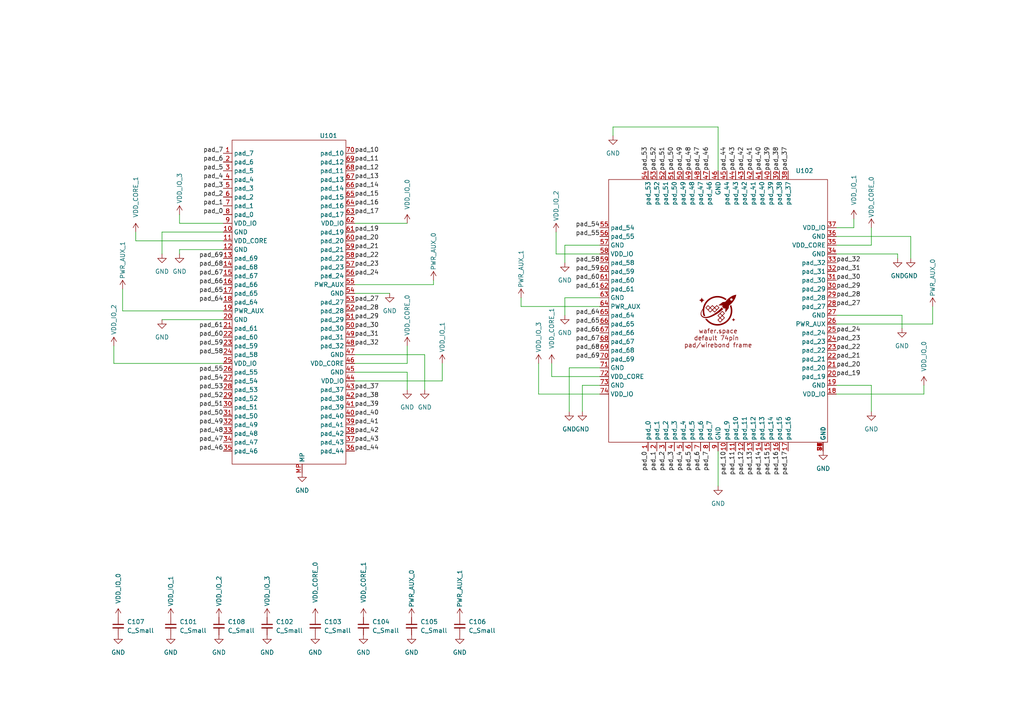
<source format=kicad_sch>
(kicad_sch (version 20250114) (generator "eeschema") (generator_version "9.0")
  (paper "A4")
  (lib_symbols
    (symbol "Device:C_Small" (pin_numbers (hide yes)) (pin_names (offset 0.254) (hide yes))
      (property "Reference" "C" (at 0.254 1.778 0))
      (property "Value" "C_Small" (at 0.254 -2.032 0))
      (symbol "C_Small_1_1"
        (pin passive line (at 0 2.54 270) (length 2.032) (name "~") (number "1"))
        (pin passive line (at 0 -2.54 90) (length 2.032) (name "~") (number "2"))
      )
    )
    (symbol "WaferSpace:70pin_ws_default_mezzanine"
      (property "Reference" "U101" (at 17.78 6.35 0))
      (symbol "70pin_ws_default_mezzanine_1_1"
        (pin unspecified line (at -12.7 1.27 0) (length 2.54) (name "pad_7") (number "1"))
        (pin unspecified line (at -12.7 -1.27 0) (length 2.54) (name "pad_6") (number "2"))
        (pin unspecified line (at -12.7 -3.81 0) (length 2.54) (name "pad_5") (number "3"))
        (pin unspecified line (at -12.7 -6.35 0) (length 2.54) (name "pad_4") (number "4"))
        (pin unspecified line (at -12.7 -8.89 0) (length 2.54) (name "pad_3") (number "5"))
        (pin unspecified line (at -12.7 -11.43 0) (length 2.54) (name "pad_2") (number "6"))
        (pin unspecified line (at -12.7 -13.97 0) (length 2.54) (name "pad_1") (number "7"))
        (pin unspecified line (at -12.7 -16.51 0) (length 2.54) (name "pad_0") (number "8"))
        (pin power_in line (at -12.7 -19.05 0) (length 2.54) (name "VDD_IO") (number "9"))
        (pin power_in line (at -12.7 -21.59 0) (length 2.54) (name "GND") (number "10"))
        (pin power_in line (at -12.7 -24.13 0) (length 2.54) (name "VDD_CORE") (number "11"))
        (pin unspecified line (at -12.7 -26.67 0) (length 2.54) (name "GND") (number "12"))
        (pin unspecified line (at -12.7 -29.21 0) (length 2.54) (name "pad_69") (number "13"))
        (pin unspecified line (at -12.7 -31.75 0) (length 2.54) (name "pad_68") (number "14"))
        (pin unspecified line (at -12.7 -34.29 0) (length 2.54) (name "pad_67") (number "15"))
        (pin unspecified line (at -12.7 -36.83 0) (length 2.54) (name "pad_66") (number "16"))
        (pin unspecified line (at -12.7 -39.37 0) (length 2.54) (name "pad_65") (number "17"))
        (pin power_in line (at -12.7 -41.91 0) (length 2.54) (name "pad_64") (number "18"))
        (pin unspecified line (at -12.7 -44.45 0) (length 2.54) (name "PWR_AUX") (number "19"))
        (pin unspecified line (at -12.7 -46.99 0) (length 2.54) (name "GND") (number "20"))
        (pin unspecified line (at -12.7 -49.53 0) (length 2.54) (name "pad_61") (number "21"))
        (pin unspecified line (at -12.7 -52.07 0) (length 2.54) (name "pad_60") (number "22"))
        (pin unspecified line (at -12.7 -54.61 0) (length 2.54) (name "pad_59") (number "23"))
        (pin unspecified line (at -12.7 -57.15 0) (length 2.54) (name "pad_58") (number "24"))
        (pin unspecified line (at -12.7 -59.69 0) (length 2.54) (name "VDD_IO") (number "25"))
        (pin unspecified line (at -12.7 -62.23 0) (length 2.54) (name "pad_55") (number "26"))
        (pin unspecified line (at -12.7 -64.77 0) (length 2.54) (name "pad_54") (number "27"))
        (pin unspecified line (at -12.7 -67.31 0) (length 2.54) (name "pad_53") (number "28"))
        (pin unspecified line (at -12.7 -69.85 0) (length 2.54) (name "pad_52") (number "29"))
        (pin unspecified line (at -12.7 -72.39 0) (length 2.54) (name "pad_51") (number "30"))
        (pin unspecified line (at -12.7 -74.93 0) (length 2.54) (name "pad_50") (number "31"))
        (pin unspecified line (at -12.7 -77.47 0) (length 2.54) (name "pad_49") (number "32"))
        (pin unspecified line (at -12.7 -80.01 0) (length 2.54) (name "pad_48") (number "33"))
        (pin unspecified line (at -12.7 -82.55 0) (length 2.54) (name "pad_47") (number "34"))
        (pin unspecified line (at -12.7 -85.09 0) (length 2.54) (name "pad_46") (number "35"))
        (pin power_in line (at 10.16 -91.44 90) (length 2.54) (name "MP") (number "MP"))
        (pin unspecified line (at 25.4 1.27 180) (length 2.54) (name "pad_10") (number "70"))
        (pin unspecified line (at 25.4 -1.27 180) (length 2.54) (name "pad_12") (number "69"))
        (pin unspecified line (at 25.4 -3.81 180) (length 2.54) (name "pad_11") (number "68"))
        (pin unspecified line (at 25.4 -6.35 180) (length 2.54) (name "pad_13") (number "67"))
        (pin unspecified line (at 25.4 -8.89 180) (length 2.54) (name "pad_14") (number "66"))
        (pin unspecified line (at 25.4 -11.43 180) (length 2.54) (name "pad_15") (number "65"))
        (pin unspecified line (at 25.4 -13.97 180) (length 2.54) (name "pad_16") (number "64"))
        (pin unspecified line (at 25.4 -16.51 180) (length 2.54) (name "pad_17") (number "63"))
        (pin unspecified line (at 25.4 -19.05 180) (length 2.54) (name "VDD_IO") (number "62"))
        (pin unspecified line (at 25.4 -21.59 180) (length 2.54) (name "pad_19") (number "61"))
        (pin unspecified line (at 25.4 -24.13 180) (length 2.54) (name "pad_20") (number "60"))
        (pin unspecified line (at 25.4 -26.67 180) (length 2.54) (name "pad_21") (number "59"))
        (pin unspecified line (at 25.4 -29.21 180) (length 2.54) (name "pad_22") (number "58"))
        (pin unspecified line (at 25.4 -31.75 180) (length 2.54) (name "pad_23") (number "57"))
        (pin unspecified line (at 25.4 -34.29 180) (length 2.54) (name "pad_24") (number "56"))
        (pin unspecified line (at 25.4 -36.83 180) (length 2.54) (name "PWR_AUX") (number "55"))
        (pin unspecified line (at 25.4 -39.37 180) (length 2.54) (name "GND") (number "54"))
        (pin unspecified line (at 25.4 -41.91 180) (length 2.54) (name "pad_27") (number "53"))
        (pin unspecified line (at 25.4 -44.45 180) (length 2.54) (name "pad_28") (number "52"))
        (pin unspecified line (at 25.4 -46.99 180) (length 2.54) (name "pad_29") (number "51"))
        (pin unspecified line (at 25.4 -49.53 180) (length 2.54) (name "pad_30") (number "50"))
        (pin unspecified line (at 25.4 -52.07 180) (length 2.54) (name "pad_31") (number "49"))
        (pin unspecified line (at 25.4 -54.61 180) (length 2.54) (name "pad_32") (number "48"))
        (pin unspecified line (at 25.4 -57.15 180) (length 2.54) (name "GND") (number "47"))
        (pin unspecified line (at 25.4 -59.69 180) (length 2.54) (name "VDD_CORE") (number "46"))
        (pin unspecified line (at 25.4 -62.23 180) (length 2.54) (name "GND") (number "45"))
        (pin unspecified line (at 25.4 -64.77 180) (length 2.54) (name "VDD_IO") (number "44"))
        (pin unspecified line (at 25.4 -67.31 180) (length 2.54) (name "pad_37") (number "43"))
        (pin unspecified line (at 25.4 -69.85 180) (length 2.54) (name "pad_38") (number "42"))
        (pin unspecified line (at 25.4 -72.39 180) (length 2.54) (name "pad_39") (number "41"))
        (pin unspecified line (at 25.4 -74.93 180) (length 2.54) (name "pad_40") (number "40"))
        (pin unspecified line (at 25.4 -77.47 180) (length 2.54) (name "pad_41") (number "39"))
        (pin unspecified line (at 25.4 -80.01 180) (length 2.54) (name "pad_42") (number "38"))
        (pin unspecified line (at 25.4 -82.55 180) (length 2.54) (name "pad_43") (number "37"))
        (pin unspecified line (at 25.4 -85.09 180) (length 2.54) (name "pad_44") (number "36"))
      )
    )
    (symbol "WaferSpace:WS_default_74padring"
      (property "Reference" "U102" (at 22.4633 40.64 0))
      (symbol "WS_default_74padring_1_1"
        (text "wafer.space\ndefault 74pin \npad/wirebond frame" (at 0 -7.874 0) (effects (font (size 1.27 1.27))))
        (pin unspecified line (at -34.29 24.13 0) (length 2.54) (name "pad_54") (number "55"))
        (pin unspecified line (at -34.29 21.59 0) (length 2.54) (name "pad_55") (number "56"))
        (pin power_in line (at -34.29 19.05 0) (length 2.54) (name "GND") (number "57"))
        (pin power_in line (at -34.29 16.51 0) (length 2.54) (name "VDD_IO") (number "58"))
        (pin unspecified line (at -34.29 13.97 0) (length 2.54) (name "pad_58") (number "59"))
        (pin unspecified line (at -34.29 11.43 0) (length 2.54) (name "pad_59") (number "60"))
        (pin unspecified line (at -34.29 8.89 0) (length 2.54) (name "pad_60") (number "61"))
        (pin unspecified line (at -34.29 6.35 0) (length 2.54) (name "pad_61") (number "62"))
        (pin power_in line (at -34.29 3.81 0) (length 2.54) (name "GND") (number "63"))
        (pin power_in line (at -34.29 1.27 0) (length 2.54) (name "PWR_AUX") (number "64"))
        (pin unspecified line (at -34.29 -1.27 0) (length 2.54) (name "pad_64") (number "65"))
        (pin unspecified line (at -34.29 -3.81 0) (length 2.54) (name "pad_65") (number "66"))
        (pin unspecified line (at -34.29 -6.35 0) (length 2.54) (name "pad_66") (number "67"))
        (pin unspecified line (at -34.29 -8.89 0) (length 2.54) (name "pad_67") (number "68"))
        (pin unspecified line (at -34.29 -11.43 0) (length 2.54) (name "pad_68") (number "69"))
        (pin unspecified line (at -34.29 -13.97 0) (length 2.54) (name "pad_69") (number "70"))
        (pin power_in line (at -34.29 -16.51 0) (length 2.54) (name "GND") (number "71"))
        (pin power_in line (at -34.29 -19.05 0) (length 2.54) (name "VDD_CORE") (number "72"))
        (pin power_in line (at -34.29 -21.59 0) (length 2.54) (name "GND") (number "73"))
        (pin power_in line (at -34.29 -24.13 0) (length 2.54) (name "VDD_IO") (number "74"))
        (pin unspecified line (at -20.32 40.64 270) (length 2.54) (name "pad_53") (number "54"))
        (pin unspecified line (at -20.32 -40.64 90) (length 2.54) (name "pad_0") (number "1"))
        (pin unspecified line (at -17.78 40.64 270) (length 2.54) (name "pad_52") (number "53"))
        (pin unspecified line (at -17.78 -40.64 90) (length 2.54) (name "pad_1") (number "2"))
        (pin unspecified line (at -15.24 40.64 270) (length 2.54) (name "pad_51") (number "52"))
        (pin unspecified line (at -15.24 -40.64 90) (length 2.54) (name "pad_2") (number "3"))
        (pin unspecified line (at -12.7 40.64 270) (length 2.54) (name "pad_50") (number "51"))
        (pin unspecified line (at -12.7 -40.64 90) (length 2.54) (name "pad_3") (number "4"))
        (pin unspecified line (at -10.16 40.64 270) (length 2.54) (name "pad_49") (number "50"))
        (pin unspecified line (at -10.16 -40.64 90) (length 2.54) (name "pad_4") (number "5"))
        (pin unspecified line (at -7.62 40.64 270) (length 2.54) (name "pad_48") (number "49"))
        (pin unspecified line (at -7.62 -40.64 90) (length 2.54) (name "pad_5") (number "6"))
        (pin unspecified line (at -5.08 40.64 270) (length 2.54) (name "pad_47") (number "48"))
        (pin unspecified line (at -5.08 -40.64 90) (length 2.54) (name "pad_6") (number "7"))
        (pin unspecified line (at -2.54 40.64 270) (length 2.54) (name "pad_46") (number "47"))
        (pin unspecified line (at -2.54 -40.64 90) (length 2.54) (name "pad_7") (number "8"))
        (pin power_in line (at 0 40.64 270) (length 2.54) (name "GND") (number "46"))
        (pin power_in line (at 0 -40.64 90) (length 2.54) (name "GND") (number "9"))
        (pin unspecified line (at 2.54 40.64 270) (length 2.54) (name "pad_44") (number "45"))
        (pin unspecified line (at 2.54 -40.64 90) (length 2.54) (name "pad_9") (number "10"))
        (pin unspecified line (at 5.08 40.64 270) (length 2.54) (name "pad_43") (number "44"))
        (pin unspecified line (at 5.08 -40.64 90) (length 2.54) (name "pad_10") (number "11"))
        (pin unspecified line (at 7.62 40.64 270) (length 2.54) (name "pad_42") (number "43"))
        (pin unspecified line (at 7.62 -40.64 90) (length 2.54) (name "pad_11") (number "12"))
        (pin unspecified line (at 10.16 40.64 270) (length 2.54) (name "pad_41") (number "42"))
        (pin unspecified line (at 10.16 -40.64 90) (length 2.54) (name "pad_12") (number "13"))
        (pin unspecified line (at 12.7 40.64 270) (length 2.54) (name "pad_40") (number "41"))
        (pin unspecified line (at 12.7 -40.64 90) (length 2.54) (name "pad_13") (number "14"))
        (pin unspecified line (at 15.24 40.64 270) (length 2.54) (name "pad_39") (number "40"))
        (pin unspecified line (at 15.24 -40.64 90) (length 2.54) (name "pad_14") (number "15"))
        (pin unspecified line (at 17.78 40.64 270) (length 2.54) (name "pad_38") (number "39"))
        (pin unspecified line (at 17.78 -40.64 90) (length 2.54) (name "pad_15") (number "16"))
        (pin unspecified line (at 20.32 40.64 270) (length 2.54) (name "pad_37") (number "38"))
        (pin unspecified line (at 20.32 -40.64 90) (length 2.54) (name "pad_16") (number "17"))
        (pin power_in line (at 30.48 -40.64 90) (length 2.54) (name "GND") (number "75"))
        (pin power_in line (at 30.48 -40.64 90) (length 2.54) (name "GND") (number "76"))
        (pin power_in line (at 30.48 -40.64 90) (length 2.54) (name "GND") (number "77"))
        (pin power_in line (at 30.48 -40.64 90) (length 2.54) (name "GND") (number "78"))
        (pin power_in line (at 30.48 -40.64 90) (length 2.54) (name "GND") (number "79"))
        (pin power_in line (at 30.48 -40.64 90) (length 2.54) (name "GND") (number "80"))
        (pin power_in line (at 30.48 -40.64 90) (length 2.54) (name "GND") (number "81"))
        (pin power_in line (at 34.29 24.13 180) (length 2.54) (name "VDD_IO") (number "37"))
        (pin power_in line (at 34.29 21.59 180) (length 2.54) (name "GND") (number "36"))
        (pin power_in line (at 34.29 19.05 180) (length 2.54) (name "VDD_CORE") (number "35"))
        (pin power_in line (at 34.29 16.51 180) (length 2.54) (name "GND") (number "34"))
        (pin unspecified line (at 34.29 13.97 180) (length 2.54) (name "pad_32") (number "33"))
        (pin unspecified line (at 34.29 11.43 180) (length 2.54) (name "pad_31") (number "32"))
        (pin unspecified line (at 34.29 8.89 180) (length 2.54) (name "pad_30") (number "31"))
        (pin unspecified line (at 34.29 6.35 180) (length 2.54) (name "pad_29") (number "30"))
        (pin unspecified line (at 34.29 3.81 180) (length 2.54) (name "pad_28") (number "29"))
        (pin unspecified line (at 34.29 1.27 180) (length 2.54) (name "pad_27") (number "28"))
        (pin power_in line (at 34.29 -1.27 180) (length 2.54) (name "GND") (number "27"))
        (pin power_in line (at 34.29 -3.81 180) (length 2.54) (name "PWR_AUX") (number "26"))
        (pin unspecified line (at 34.29 -6.35 180) (length 2.54) (name "pad_24") (number "25"))
        (pin unspecified line (at 34.29 -8.89 180) (length 2.54) (name "pad_23") (number "24"))
        (pin unspecified line (at 34.29 -11.43 180) (length 2.54) (name "pad_22") (number "23"))
        (pin unspecified line (at 34.29 -13.97 180) (length 2.54) (name "pad_21") (number "22"))
        (pin unspecified line (at 34.29 -16.51 180) (length 2.54) (name "pad_20") (number "21"))
        (pin unspecified line (at 34.29 -19.05 180) (length 2.54) (name "pad_19") (number "20"))
        (pin power_in line (at 34.29 -21.59 180) (length 2.54) (name "GND") (number "19"))
        (pin power_in line (at 34.29 -24.13 180) (length 2.54) (name "VDD_IO") (number "18"))
      )
    )
    (symbol "power:GND" (power) (pin_names (offset 0))
      (property "Value" "GND" (at 0 -3.81 0))
      (symbol "GND_1_1"
        (pin power_in line (at 0 0 270) (length 0) (hide yes) (name "GND") (number "1"))
      )
    )
    (symbol "power:VDD" (power) (pin_names (offset 0))
      (property "Value" "VDD" (at 0 3.81 0))
      (symbol "VDD_1_1"
        (pin power_in line (at 0 0 90) (length 0) (hide yes) (name "VDD") (number "1"))
      )
    )
  )
  (wire (pts (xy 102.87 110.49) (xy 128.27 110.49)))
  (wire (pts (xy 39.37 69.85) (xy 39.37 67.31)))
  (wire (pts (xy 46.99 67.31) (xy 46.99 73.66)))
  (wire (pts (xy 242.57 111.76) (xy 252.73 111.76)))
  (wire (pts (xy 247.65 66.04) (xy 247.65 63.5)))
  (wire (pts (xy 163.83 76.2) (xy 163.83 71.12)))
  (wire (pts (xy 163.83 91.44) (xy 163.83 86.36)))
  (wire (pts (xy 260.35 73.66) (xy 242.57 73.66)))
  (wire (pts (xy 173.99 73.66) (xy 161.29 73.66)))
  (wire (pts (xy 128.27 110.49) (xy 128.27 105.41)))
  (wire (pts (xy 242.57 66.04) (xy 247.65 66.04)))
  (wire (pts (xy 264.16 74.93) (xy 264.16 68.58)))
  (wire (pts (xy 35.56 90.17) (xy 35.56 83.82)))
  (wire (pts (xy 267.97 114.3) (xy 267.97 111.76)))
  (wire (pts (xy 64.77 90.17) (xy 35.56 90.17)))
  (wire (pts (xy 102.87 105.41) (xy 118.11 105.41)))
  (wire (pts (xy 52.07 64.77) (xy 64.77 64.77)))
  (wire (pts (xy 168.91 111.76) (xy 168.91 119.38)))
  (wire (pts (xy 264.16 68.58) (xy 242.57 68.58)))
  (wire (pts (xy 64.77 72.39) (xy 52.07 72.39)))
  (wire (pts (xy 161.29 73.66) (xy 161.29 67.31)))
  (wire (pts (xy 123.19 102.87) (xy 123.19 113.03)))
  (wire (pts (xy 151.13 88.9) (xy 151.13 86.36)))
  (wire (pts (xy 242.57 71.12) (xy 252.73 71.12)))
  (wire (pts (xy 173.99 109.22) (xy 160.02 109.22)))
  (wire (pts (xy 102.87 64.77) (xy 118.11 64.77)))
  (wire (pts (xy 163.83 86.36) (xy 173.99 86.36)))
  (wire (pts (xy 118.11 107.95) (xy 118.11 113.03)))
  (wire (pts (xy 242.57 93.98) (xy 270.51 93.98)))
  (wire (pts (xy 208.28 36.83) (xy 208.28 49.53)))
  (wire (pts (xy 261.62 91.44) (xy 261.62 95.25)))
  (wire (pts (xy 177.8 39.37) (xy 177.8 36.83)))
  (wire (pts (xy 46.99 92.71) (xy 64.77 92.71)))
  (wire (pts (xy 242.57 91.44) (xy 261.62 91.44)))
  (wire (pts (xy 163.83 71.12) (xy 173.99 71.12)))
  (wire (pts (xy 173.99 114.3) (xy 156.21 114.3)))
  (wire (pts (xy 64.77 67.31) (xy 46.99 67.31)))
  (wire (pts (xy 208.28 130.81) (xy 208.28 140.97)))
  (wire (pts (xy 260.35 74.93) (xy 260.35 73.66)))
  (wire (pts (xy 64.77 105.41) (xy 33.02 105.41)))
  (wire (pts (xy 125.73 82.55) (xy 125.73 81.28)))
  (wire (pts (xy 33.02 105.41) (xy 33.02 100.33)))
  (wire (pts (xy 270.51 93.98) (xy 270.51 88.9)))
  (wire (pts (xy 39.37 69.85) (xy 64.77 69.85)))
  (wire (pts (xy 102.87 102.87) (xy 123.19 102.87)))
  (wire (pts (xy 173.99 106.68) (xy 165.1 106.68)))
  (wire (pts (xy 160.02 109.22) (xy 160.02 105.41)))
  (wire (pts (xy 102.87 107.95) (xy 118.11 107.95)))
  (wire (pts (xy 173.99 111.76) (xy 168.91 111.76)))
  (wire (pts (xy 252.73 71.12) (xy 252.73 66.04)))
  (wire (pts (xy 156.21 114.3) (xy 156.21 105.41)))
  (wire (pts (xy 102.87 82.55) (xy 125.73 82.55)))
  (wire (pts (xy 173.99 88.9) (xy 151.13 88.9)))
  (wire (pts (xy 165.1 106.68) (xy 165.1 119.38)))
  (wire (pts (xy 118.11 105.41) (xy 118.11 100.33)))
  (wire (pts (xy 242.57 114.3) (xy 267.97 114.3)))
  (wire (pts (xy 252.73 111.76) (xy 252.73 119.38)))
  (wire (pts (xy 52.07 72.39) (xy 52.07 73.66)))
  (wire (pts (xy 102.87 85.09) (xy 113.03 85.09)))
  (wire (pts (xy 52.07 62.23) (xy 52.07 64.77)))
  (wire (pts (xy 177.8 36.83) (xy 208.28 36.83)))
  (label "pad_55" (at 64.77 107.95 180))
  (label "pad_31" (at 242.57 78.74 0))
  (label "pad_43" (at 102.87 128.27 0))
  (label "pad_58" (at 64.77 102.87 180))
  (label "pad_49" (at 198.12 49.53 90))
  (label "pad_49" (at 64.77 123.19 180))
  (label "pad_58" (at 173.99 76.2 180))
  (label "pad_3" (at 195.58 130.81 270))
  (label "pad_60" (at 64.77 97.79 180))
  (label "pad_10" (at 210.82 130.81 270))
  (label "pad_6" (at 64.77 46.99 180))
  (label "pad_39" (at 102.87 118.11 0))
  (label "pad_1" (at 190.5 130.81 270))
  (label "pad_20" (at 242.57 106.68 0))
  (label "pad_38" (at 102.87 115.57 0))
  (label "pad_21" (at 242.57 104.14 0))
  (label "pad_6" (at 203.2 130.81 270))
  (label "pad_42" (at 102.87 125.73 0))
  (label "pad_64" (at 173.99 91.44 180))
  (label "pad_40" (at 102.87 120.65 0))
  (label "pad_2" (at 193.04 130.81 270))
  (label "pad_46" (at 205.74 49.53 90))
  (label "pad_65" (at 173.99 93.98 180))
  (label "pad_44" (at 210.82 49.53 90))
  (label "pad_2" (at 64.77 57.15 180))
  (label "pad_17" (at 102.87 62.23 0))
  (label "pad_47" (at 64.77 128.27 180))
  (label "pad_66" (at 173.99 96.52 180))
  (label "pad_68" (at 64.77 77.47 180))
  (label "pad_21" (at 102.87 72.39 0))
  (label "pad_24" (at 242.57 96.52 0))
  (label "pad_29" (at 242.57 83.82 0))
  (label "pad_7" (at 64.77 44.45 180))
  (label "pad_48" (at 200.66 49.53 90))
  (label "pad_28" (at 242.57 86.36 0))
  (label "pad_27" (at 102.87 87.63 0))
  (label "pad_69" (at 173.99 104.14 180))
  (label "pad_60" (at 173.99 81.28 180))
  (label "pad_14" (at 102.87 54.61 0))
  (label "pad_68" (at 173.99 101.6 180))
  (label "pad_23" (at 102.87 77.47 0))
  (label "pad_39" (at 223.52 49.53 90))
  (label "pad_5" (at 64.77 49.53 180))
  (label "pad_37" (at 228.6 49.53 90))
  (label "pad_54" (at 64.77 110.49 180))
  (label "pad_64" (at 64.77 87.63 180))
  (label "pad_40" (at 220.98 49.53 90))
  (label "pad_41" (at 218.44 49.53 90))
  (label "pad_0" (at 64.77 62.23 180))
  (label "pad_51" (at 193.04 49.53 90))
  (label "pad_50" (at 64.77 120.65 180))
  (label "pad_28" (at 102.87 90.17 0))
  (label "pad_11" (at 213.36 130.81 270))
  (label "pad_30" (at 242.57 81.28 0))
  (label "pad_65" (at 64.77 85.09 180))
  (label "pad_50" (at 195.58 49.53 90))
  (label "pad_5" (at 200.66 130.81 270))
  (label "pad_13" (at 102.87 52.07 0))
  (label "pad_22" (at 242.57 101.6 0))
  (label "pad_15" (at 102.87 57.15 0))
  (label "pad_11" (at 102.87 46.99 0))
  (label "pad_61" (at 173.99 83.82 180))
  (label "pad_14" (at 220.98 130.81 270))
  (label "pad_66" (at 64.77 82.55 180))
  (label "pad_52" (at 64.77 115.57 180))
  (label "pad_32" (at 102.87 100.33 0))
  (label "pad_16" (at 102.87 59.69 0))
  (label "pad_54" (at 173.99 66.04 180))
  (label "pad_59" (at 173.99 78.74 180))
  (label "pad_51" (at 64.77 118.11 180))
  (label "pad_32" (at 242.57 76.2 0))
  (label "pad_44" (at 102.87 130.81 0))
  (label "pad_67" (at 173.99 99.06 180))
  (label "pad_46" (at 64.77 130.81 180))
  (label "pad_23" (at 242.57 99.06 0))
  (label "pad_55" (at 173.99 68.58 180))
  (label "pad_38" (at 226.06 49.53 90))
  (label "pad_4" (at 64.77 52.07 180))
  (label "pad_29" (at 102.87 92.71 0))
  (label "pad_7" (at 205.74 130.81 270))
  (label "pad_0" (at 187.96 130.81 270))
  (label "pad_53" (at 187.96 49.53 90))
  (label "pad_4" (at 198.12 130.81 270))
  (label "pad_69" (at 64.77 74.93 180))
  (label "pad_52" (at 190.5 49.53 90))
  (label "pad_48" (at 64.77 125.73 180))
  (label "pad_22" (at 102.87 74.93 0))
  (label "pad_13" (at 218.44 130.81 270))
  (label "pad_16" (at 226.06 130.81 270))
  (label "pad_67" (at 64.77 80.01 180))
  (label "pad_1" (at 64.77 59.69 180))
  (label "pad_12" (at 215.9 130.81 270))
  (label "pad_27" (at 242.57 88.9 0))
  (label "pad_31" (at 102.87 97.79 0))
  (label "pad_19" (at 102.87 67.31 0))
  (label "pad_20" (at 102.87 69.85 0))
  (label "pad_43" (at 213.36 49.53 90))
  (label "pad_3" (at 64.77 54.61 180))
  (label "pad_10" (at 102.87 44.45 0))
  (label "pad_24" (at 102.87 80.01 0))
  (label "pad_41" (at 102.87 123.19 0))
  (label "pad_17" (at 228.6 130.81 270))
  (label "pad_47" (at 203.2 49.53 90))
  (label "pad_30" (at 102.87 95.25 0))
  (label "pad_15" (at 223.52 130.81 270))
  (label "pad_12" (at 102.87 49.53 0))
  (label "pad_59" (at 64.77 100.33 180))
  (label "pad_61" (at 64.77 95.25 180))
  (label "pad_42" (at 215.9 49.53 90))
  (label "pad_53" (at 64.77 113.03 180))
  (label "pad_37" (at 102.87 113.03 0))
  (label "pad_19" (at 242.57 109.22 0))
  (symbol (lib_id "power:VDD") (at 105.41 179.07 0) (unit 1)
    (property "Reference" "#PWR032" (effects (hide yes)))
    (property "Value" "VDD_CORE_1" (at 105.41 168.91 90))
    (property "Description" "Power symbol creates a global label with name \"VDD\"" (effects (hide yes)))
  )
  (symbol (lib_id "WaferSpace:WS_default_74padring") (at 208.28 90.17 0) (unit 1)
    (property "Reference" "U102" (at 230.7433 49.53 0) (effects (justify left)))
    (property "Footprint" "WafeSpace:waferspace_default_padring_v0.2" (effects (hide yes)))
  )
  (symbol (lib_id "Device:C_Small") (at 63.5 181.61 0) (unit 1)
    (property "Reference" "C108" (at 66.04 180.3462 0) (effects (justify left)))
    (property "Value" "C_Small" (at 66.04 182.8862 0) (effects (justify left)))
    (property "Footprint" "Capacitor_SMD:C_0201_0603Metric" (effects (hide yes)))
    (property "Description" "Unpolarized capacitor, small symbol" (effects (hide yes)))
  )
  (symbol (lib_id "power:VDD") (at 128.27 105.41 0) (unit 1)
    (property "Reference" "#PWR04" (effects (hide yes)))
    (property "Value" "VDD_IO_1" (at 128.27 97.79 90))
    (property "Description" "Power symbol creates a global label with name \"VDD\"" (effects (hide yes)))
  )
  (symbol (lib_id "power:VDD") (at 270.51 88.9 0) (unit 1)
    (property "Reference" "#PWR022" (effects (hide yes)))
    (property "Value" "PWR_AUX_0" (at 270.51 80.518 90))
    (property "Description" "Power symbol creates a global label with name \"VDD\"" (effects (hide yes)))
  )
  (symbol (lib_id "power:VDD") (at 119.38 179.07 0) (unit 1)
    (property "Reference" "#PWR038" (effects (hide yes)))
    (property "Value" "PWR_AUX_0" (at 119.38 170.688 90))
    (property "Description" "Power symbol creates a global label with name \"VDD\"" (effects (hide yes)))
  )
  (symbol (lib_id "power:VDD") (at 151.13 86.36 0) (unit 1)
    (property "Reference" "#PWR023" (effects (hide yes)))
    (property "Value" "PWR_AUX_1" (at 151.13 77.978 90))
    (property "Description" "Power symbol creates a global label with name \"VDD\"" (effects (hide yes)))
  )
  (symbol (lib_id "power:VDD") (at 49.53 179.07 0) (unit 1)
    (property "Reference" "#PWR036" (effects (hide yes)))
    (property "Value" "VDD_IO_1" (at 49.53 171.45 90))
    (property "Description" "Power symbol creates a global label with name \"VDD\"" (effects (hide yes)))
  )
  (symbol (lib_id "power:VDD") (at 91.44 179.07 0) (unit 1)
    (property "Reference" "#PWR037" (effects (hide yes)))
    (property "Value" "VDD_CORE_0" (at 91.44 168.91 90))
    (property "Description" "Power symbol creates a global label with name \"VDD\"" (effects (hide yes)))
  )
  (symbol (lib_id "power:GND") (at 87.63 137.16 0) (mirror y) (unit 1)
    (property "Reference" "#PWR08" (effects (hide yes)))
    (property "Value" "GND" (at 87.63 142.24 0))
    (property "Description" "Power symbol creates a global label with name \"GND\" , ground" (effects (hide yes)))
  )
  (symbol (lib_id "power:GND") (at 238.76 130.81 0) (mirror y) (unit 1)
    (property "Reference" "#PWR034" (effects (hide yes)))
    (property "Value" "GND" (at 238.76 135.89 0))
    (property "Description" "Power symbol creates a global label with name \"GND\" , ground" (effects (hide yes)))
  )
  (symbol (lib_id "power:GND") (at 105.41 184.15 0) (mirror y) (unit 1)
    (property "Reference" "#PWR0106" (effects (hide yes)))
    (property "Value" "GND" (at 105.41 189.23 0))
    (property "Description" "Power symbol creates a global label with name \"GND\" , ground" (effects (hide yes)))
  )
  (symbol (lib_id "Device:C_Small") (at 91.44 181.61 0) (unit 1)
    (property "Reference" "C103" (at 93.98 180.3462 0) (effects (justify left)))
    (property "Value" "C_Small" (at 93.98 182.8862 0) (effects (justify left)))
    (property "Footprint" "Capacitor_SMD:C_0201_0603Metric" (effects (hide yes)))
    (property "Description" "Unpolarized capacitor, small symbol" (effects (hide yes)))
  )
  (symbol (lib_id "power:GND") (at 163.83 76.2 0) (mirror y) (unit 1)
    (property "Reference" "#PWR025" (effects (hide yes)))
    (property "Value" "GND" (at 163.83 81.28 0))
    (property "Description" "Power symbol creates a global label with name \"GND\" , ground" (effects (hide yes)))
  )
  (symbol (lib_id "power:VDD") (at 33.02 100.33 0) (unit 1)
    (property "Reference" "#PWR029" (effects (hide yes)))
    (property "Value" "VDD_IO_2" (at 33.02 92.71 90))
    (property "Description" "Power symbol creates a global label with name \"VDD\"" (effects (hide yes)))
  )
  (symbol (lib_id "power:GND") (at 252.73 119.38 0) (mirror y) (unit 1)
    (property "Reference" "#PWR010" (effects (hide yes)))
    (property "Value" "GND" (at 252.73 124.46 0))
    (property "Description" "Power symbol creates a global label with name \"GND\" , ground" (effects (hide yes)))
  )
  (symbol (lib_id "power:GND") (at 261.62 95.25 0) (mirror y) (unit 1)
    (property "Reference" "#PWR011" (effects (hide yes)))
    (property "Value" "GND" (at 261.62 100.33 0))
    (property "Description" "Power symbol creates a global label with name \"GND\" , ground" (effects (hide yes)))
  )
  (symbol (lib_id "power:GND") (at 119.38 184.15 0) (mirror y) (unit 1)
    (property "Reference" "#PWR0107" (effects (hide yes)))
    (property "Value" "GND" (at 119.38 189.23 0))
    (property "Description" "Power symbol creates a global label with name \"GND\" , ground" (effects (hide yes)))
  )
  (symbol (lib_id "power:VDD") (at 252.73 66.04 0) (unit 1)
    (property "Reference" "#PWR018" (effects (hide yes)))
    (property "Value" "VDD_CORE_0" (at 252.73 57.15 90))
    (property "Description" "Power symbol creates a global label with name \"VDD\"" (effects (hide yes)))
  )
  (symbol (lib_id "power:GND") (at 34.29 184.15 0) (mirror y) (unit 1)
    (property "Reference" "#PWR0110" (effects (hide yes)))
    (property "Value" "GND" (at 34.29 189.23 0))
    (property "Description" "Power symbol creates a global label with name \"GND\" , ground" (effects (hide yes)))
  )
  (symbol (lib_id "power:VDD") (at 39.37 67.31 0) (unit 1)
    (property "Reference" "#PWR0101" (effects (hide yes)))
    (property "Value" "VDD_CORE_1" (at 39.37 57.15 90))
    (property "Description" "Power symbol creates a global label with name \"VDD\"" (effects (hide yes)))
  )
  (symbol (lib_id "power:GND") (at 77.47 184.15 0) (mirror y) (unit 1)
    (property "Reference" "#PWR0104" (effects (hide yes)))
    (property "Value" "GND" (at 77.47 189.23 0))
    (property "Description" "Power symbol creates a global label with name \"GND\" , ground" (effects (hide yes)))
  )
  (symbol (lib_id "power:GND") (at 123.19 113.03 0) (mirror y) (unit 1)
    (property "Reference" "#PWR0109" (effects (hide yes)))
    (property "Value" "GND" (at 123.19 118.11 0))
    (property "Description" "Power symbol creates a global label with name \"GND\" , ground" (effects (hide yes)))
  )
  (symbol (lib_id "power:GND") (at 168.91 119.38 0) (mirror y) (unit 1)
    (property "Reference" "#PWR014" (effects (hide yes)))
    (property "Value" "GND" (at 168.91 124.46 0))
    (property "Description" "Power symbol creates a global label with name \"GND\" , ground" (effects (hide yes)))
  )
  (symbol (lib_id "power:GND") (at 133.35 184.15 0) (mirror y) (unit 1)
    (property "Reference" "#PWR0108" (effects (hide yes)))
    (property "Value" "GND" (at 133.35 189.23 0))
    (property "Description" "Power symbol creates a global label with name \"GND\" , ground" (effects (hide yes)))
  )
  (symbol (lib_id "power:GND") (at 118.11 113.03 0) (mirror y) (unit 1)
    (property "Reference" "#PWR02" (effects (hide yes)))
    (property "Value" "GND" (at 118.11 118.11 0))
    (property "Description" "Power symbol creates a global label with name \"GND\" , ground" (effects (hide yes)))
  )
  (symbol (lib_id "power:VDD") (at 77.47 179.07 0) (unit 1)
    (property "Reference" "#PWR033" (effects (hide yes)))
    (property "Value" "VDD_IO_3" (at 77.47 171.45 90))
    (property "Description" "Power symbol creates a global label with name \"VDD\"" (effects (hide yes)))
  )
  (symbol (lib_id "power:VDD") (at 125.73 81.28 0) (unit 1)
    (property "Reference" "#PWR028" (effects (hide yes)))
    (property "Value" "PWR_AUX_0" (at 125.73 72.898 90))
    (property "Description" "Power symbol creates a global label with name \"VDD\"" (effects (hide yes)))
  )
  (symbol (lib_id "Device:C_Small") (at 34.29 181.61 0) (unit 1)
    (property "Reference" "C107" (at 36.83 180.3462 0) (effects (justify left)))
    (property "Value" "C_Small" (at 36.83 182.8862 0) (effects (justify left)))
    (property "Footprint" "Capacitor_SMD:C_0201_0603Metric" (effects (hide yes)))
    (property "Description" "Unpolarized capacitor, small symbol" (effects (hide yes)))
  )
  (symbol (lib_id "Device:C_Small") (at 77.47 181.61 0) (unit 1)
    (property "Reference" "C102" (at 80.01 180.3462 0) (effects (justify left)))
    (property "Value" "C_Small" (at 80.01 182.8862 0) (effects (justify left)))
    (property "Footprint" "Capacitor_SMD:C_0201_0603Metric" (effects (hide yes)))
    (property "Description" "Unpolarized capacitor, small symbol" (effects (hide yes)))
  )
  (symbol (lib_id "power:VDD") (at 133.35 179.07 0) (unit 1)
    (property "Reference" "#PWR031" (effects (hide yes)))
    (property "Value" "PWR_AUX_1" (at 133.35 170.688 90))
    (property "Description" "Power symbol creates a global label with name \"VDD\"" (effects (hide yes)))
  )
  (symbol (lib_id "power:GND") (at 113.03 85.09 0) (mirror y) (unit 1)
    (property "Reference" "#PWR03" (effects (hide yes)))
    (property "Value" "GND" (at 113.03 90.17 0))
    (property "Description" "Power symbol creates a global label with name \"GND\" , ground" (effects (hide yes)))
  )
  (symbol (lib_id "power:GND") (at 163.83 91.44 0) (mirror y) (unit 1)
    (property "Reference" "#PWR024" (effects (hide yes)))
    (property "Value" "GND" (at 163.83 96.52 0))
    (property "Description" "Power symbol creates a global label with name \"GND\" , ground" (effects (hide yes)))
  )
  (symbol (lib_id "power:VDD") (at 63.5 179.07 0) (unit 1)
    (property "Reference" "#PWR030" (effects (hide yes)))
    (property "Value" "VDD_IO_2" (at 63.5 171.45 90))
    (property "Description" "Power symbol creates a global label with name \"VDD\"" (effects (hide yes)))
  )
  (symbol (lib_id "power:GND") (at 208.28 140.97 0) (mirror y) (unit 1)
    (property "Reference" "#PWR09" (effects (hide yes)))
    (property "Value" "GND" (at 208.28 146.05 0))
    (property "Description" "Power symbol creates a global label with name \"GND\" , ground" (effects (hide yes)))
  )
  (symbol (lib_id "power:GND") (at 264.16 74.93 0) (mirror y) (unit 1)
    (property "Reference" "#PWR012" (effects (hide yes)))
    (property "Value" "GND" (at 264.16 80.01 0))
    (property "Description" "Power symbol creates a global label with name \"GND\" , ground" (effects (hide yes)))
  )
  (symbol (lib_id "power:VDD") (at 267.97 111.76 0) (unit 1)
    (property "Reference" "#PWR01" (effects (hide yes)))
    (property "Value" "VDD_IO_0" (at 267.97 103.378 90))
    (property "Description" "Power symbol creates a global label with name \"VDD\"" (effects (hide yes)))
  )
  (symbol (lib_id "Device:C_Small") (at 49.53 181.61 0) (unit 1)
    (property "Reference" "C101" (at 52.07 180.3462 0) (effects (justify left)))
    (property "Value" "C_Small" (at 52.07 182.8862 0) (effects (justify left)))
    (property "Footprint" "Capacitor_SMD:C_0201_0603Metric" (effects (hide yes)))
    (property "Description" "Unpolarized capacitor, small symbol" (effects (hide yes)))
  )
  (symbol (lib_id "power:VDD") (at 118.11 64.77 0) (unit 1)
    (property "Reference" "#PWR016" (effects (hide yes)))
    (property "Value" "VDD_IO_0" (at 118.11 56.388 90))
    (property "Description" "Power symbol creates a global label with name \"VDD\"" (effects (hide yes)))
  )
  (symbol (lib_id "power:VDD") (at 52.07 62.23 0) (unit 1)
    (property "Reference" "#PWR05" (effects (hide yes)))
    (property "Value" "VDD_IO_3" (at 52.07 54.61 90))
    (property "Description" "Power symbol creates a global label with name \"VDD\"" (effects (hide yes)))
  )
  (symbol (lib_id "power:GND") (at 46.99 92.71 0) (mirror y) (unit 1)
    (property "Reference" "#PWR07" (effects (hide yes)))
    (property "Value" "GND" (at 46.99 97.79 0))
    (property "Description" "Power symbol creates a global label with name \"GND\" , ground" (effects (hide yes)))
  )
  (symbol (lib_id "power:VDD") (at 34.29 179.07 0) (unit 1)
    (property "Reference" "#PWR035" (effects (hide yes)))
    (property "Value" "VDD_IO_0" (at 34.29 170.688 90))
    (property "Description" "Power symbol creates a global label with name \"VDD\"" (effects (hide yes)))
  )
  (symbol (lib_id "power:VDD") (at 35.56 83.82 0) (unit 1)
    (property "Reference" "#PWR027" (effects (hide yes)))
    (property "Value" "PWR_AUX_1" (at 35.56 75.438 90))
    (property "Description" "Power symbol creates a global label with name \"VDD\"" (effects (hide yes)))
  )
  (symbol (lib_id "power:GND") (at 260.35 74.93 0) (mirror y) (unit 1)
    (property "Reference" "#PWR013" (effects (hide yes)))
    (property "Value" "GND" (at 260.35 80.01 0))
    (property "Description" "Power symbol creates a global label with name \"GND\" , ground" (effects (hide yes)))
  )
  (symbol (lib_id "power:GND") (at 46.99 73.66 0) (mirror y) (unit 1)
    (property "Reference" "#PWR0102" (effects (hide yes)))
    (property "Value" "GND" (at 46.99 78.74 0))
    (property "Description" "Power symbol creates a global label with name \"GND\" , ground" (effects (hide yes)))
  )
  (symbol (lib_id "power:GND") (at 52.07 73.66 0) (mirror y) (unit 1)
    (property "Reference" "#PWR06" (effects (hide yes)))
    (property "Value" "GND" (at 52.07 78.74 0))
    (property "Description" "Power symbol creates a global label with name \"GND\" , ground" (effects (hide yes)))
  )
  (symbol (lib_id "Device:C_Small") (at 105.41 181.61 0) (unit 1)
    (property "Reference" "C104" (at 107.95 180.3462 0) (effects (justify left)))
    (property "Value" "C_Small" (at 107.95 182.8862 0) (effects (justify left)))
    (property "Footprint" "Capacitor_SMD:C_0201_0603Metric" (effects (hide yes)))
    (property "Description" "Unpolarized capacitor, small symbol" (effects (hide yes)))
  )
  (symbol (lib_id "Device:C_Small") (at 133.35 181.61 0) (unit 1)
    (property "Reference" "C106" (at 135.89 180.3462 0) (effects (justify left)))
    (property "Value" "C_Small" (at 135.89 182.8862 0) (effects (justify left)))
    (property "Footprint" "Capacitor_SMD:C_0201_0603Metric" (effects (hide yes)))
    (property "Description" "Unpolarized capacitor, small symbol" (effects (hide yes)))
  )
  (symbol (lib_id "power:VDD") (at 118.11 100.33 0) (unit 1)
    (property "Reference" "#PWR0112" (effects (hide yes)))
    (property "Value" "VDD_CORE_0" (at 118.11 91.44 90))
    (property "Description" "Power symbol creates a global label with name \"VDD\"" (effects (hide yes)))
  )
  (symbol (lib_id "power:GND") (at 91.44 184.15 0) (mirror y) (unit 1)
    (property "Reference" "#PWR0105" (effects (hide yes)))
    (property "Value" "GND" (at 91.44 189.23 0))
    (property "Description" "Power symbol creates a global label with name \"GND\" , ground" (effects (hide yes)))
  )
  (symbol (lib_id "power:GND") (at 165.1 119.38 0) (mirror y) (unit 1)
    (property "Reference" "#PWR015" (effects (hide yes)))
    (property "Value" "GND" (at 165.1 124.46 0))
    (property "Description" "Power symbol creates a global label with name \"GND\" , ground" (effects (hide yes)))
  )
  (symbol (lib_id "WaferSpace:70pin_ws_default_mezzanine") (at 77.47 45.72 0) (unit 1)
    (property "Reference" "U101" (at 92.71 39.37 0) (effects (justify left)))
    (property "Value" "~" (at 95.25 80.01 0) (effects (justify left)))
    (property "Footprint" "Connector_Mezzanine:CONN-SMD_70P-P0.40_HCTL_HC-PBB40C-70DP-0.4V-02" (effects (hide yes)))
  )
  (symbol (lib_id "power:VDD") (at 161.29 67.31 0) (unit 1)
    (property "Reference" "#PWR021" (effects (hide yes)))
    (property "Value" "VDD_IO_2" (at 161.29 59.69 90))
    (property "Description" "Power symbol creates a global label with name \"VDD\"" (effects (hide yes)))
  )
  (symbol (lib_id "power:VDD") (at 156.21 105.41 0) (unit 1)
    (property "Reference" "#PWR020" (effects (hide yes)))
    (property "Value" "VDD_IO_3" (at 156.21 97.79 90))
    (property "Description" "Power symbol creates a global label with name \"VDD\"" (effects (hide yes)))
  )
  (symbol (lib_id "power:GND") (at 177.8 39.37 0) (mirror y) (unit 1)
    (property "Reference" "#PWR026" (effects (hide yes)))
    (property "Value" "GND" (at 177.8 44.45 0))
    (property "Description" "Power symbol creates a global label with name \"GND\" , ground" (effects (hide yes)))
  )
  (symbol (lib_id "power:VDD") (at 160.02 105.41 0) (unit 1)
    (property "Reference" "#PWR019" (effects (hide yes)))
    (property "Value" "VDD_CORE_1" (at 160.02 95.25 90))
    (property "Description" "Power symbol creates a global label with name \"VDD\"" (effects (hide yes)))
  )
  (symbol (lib_id "power:GND") (at 49.53 184.15 0) (mirror y) (unit 1)
    (property "Reference" "#PWR0103" (effects (hide yes)))
    (property "Value" "GND" (at 49.53 189.23 0))
    (property "Description" "Power symbol creates a global label with name \"GND\" , ground" (effects (hide yes)))
  )
  (symbol (lib_id "Device:C_Small") (at 119.38 181.61 0) (unit 1)
    (property "Reference" "C105" (at 121.92 180.3462 0) (effects (justify left)))
    (property "Value" "C_Small" (at 121.92 182.8862 0) (effects (justify left)))
    (property "Footprint" "Capacitor_SMD:C_0201_0603Metric" (effects (hide yes)))
    (property "Description" "Unpolarized capacitor, small symbol" (effects (hide yes)))
  )
  (symbol (lib_id "power:GND") (at 63.5 184.15 0) (mirror y) (unit 1)
    (property "Reference" "#PWR0111" (effects (hide yes)))
    (property "Value" "GND" (at 63.5 189.23 0))
    (property "Description" "Power symbol creates a global label with name \"GND\" , ground" (effects (hide yes)))
  )
  (symbol (lib_id "power:VDD") (at 247.65 63.5 0) (unit 1)
    (property "Reference" "#PWR017" (effects (hide yes)))
    (property "Value" "VDD_IO_1" (at 247.65 55.118 90))
    (property "Description" "Power symbol creates a global label with name \"VDD\"" (effects (hide yes)))
  )
)
</source>
